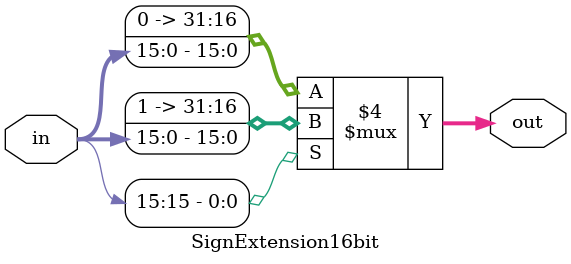
<source format=v>
`timescale 1ns / 1ps
module SignExtension16bit(in, out);

    /* A 16-Bit input word */
    input [15:0] in;
    
    /* A 32-Bit output word */
    output reg [31:0] out;
    
    /* Fill in the implementation here ... */
    always@(*) begin
    
        if(in[15] == 0) begin //checks MSB to see if positive number
            out <= {16'b0000000000000000, in}; // concats 0s to the left of 'in'
        end
        else begin //checks MSB to see if negative number
            out <= {16'b1111111111111111, in}; // concats 1s to the left of 'in'
        end

    end
endmodule

</source>
